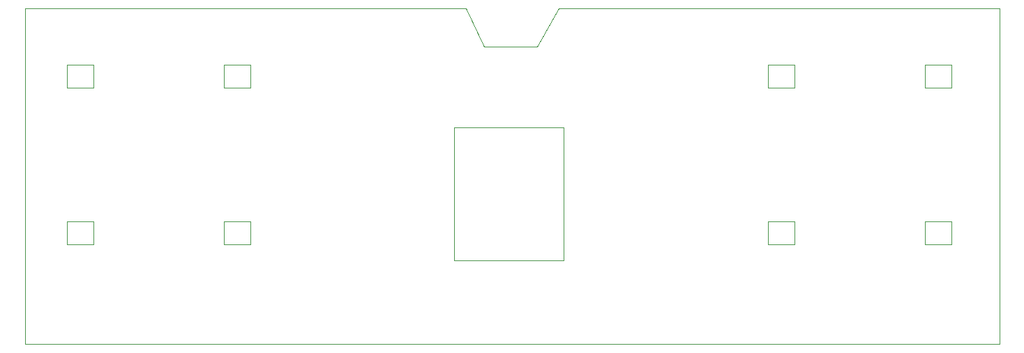
<source format=gbr>
%TF.GenerationSoftware,KiCad,Pcbnew,(6.0.1)*%
%TF.CreationDate,2022-04-18T11:29:40-05:00*%
%TF.ProjectId,Pikatea R26 Kit LED Macropad,50696b61-7465-4612-9052-3236204b6974,rev?*%
%TF.SameCoordinates,Original*%
%TF.FileFunction,Profile,NP*%
%FSLAX46Y46*%
G04 Gerber Fmt 4.6, Leading zero omitted, Abs format (unit mm)*
G04 Created by KiCad (PCBNEW (6.0.1)) date 2022-04-18 11:29:40*
%MOMM*%
%LPD*%
G01*
G04 APERTURE LIST*
%TA.AperFunction,Profile*%
%ADD10C,0.100000*%
%TD*%
%TA.AperFunction,Profile*%
%ADD11C,0.120000*%
%TD*%
G04 APERTURE END LIST*
D10*
X153100000Y-75400000D02*
X206600000Y-75400000D01*
X144050000Y-80000000D02*
X141850000Y-75400000D01*
X150500000Y-80000000D02*
X144050000Y-80000000D01*
X153100000Y-75400000D02*
X150500000Y-80000000D01*
X141850000Y-75400000D02*
X88300000Y-75400000D01*
X206600000Y-116200000D02*
X206600000Y-75400000D01*
X88300000Y-116200000D02*
X206600000Y-116200000D01*
X88300000Y-75400000D02*
X88300000Y-116200000D01*
X153732700Y-89850000D02*
X153732700Y-106000000D01*
X140400000Y-89850000D02*
X153732700Y-89850000D01*
X140400000Y-106000000D02*
X140400000Y-89850000D01*
X153732700Y-106000000D02*
X140400000Y-106000000D01*
D11*
%TO.C,MX8*%
X93451479Y-82193660D02*
X96651479Y-82193660D01*
X93451479Y-84993660D02*
X96651479Y-84993660D01*
X96651479Y-84993660D02*
X96651479Y-82193660D01*
X93451479Y-84993660D02*
X93451479Y-82193660D01*
%TO.C,MX7*%
X112501480Y-82193660D02*
X115701480Y-82193660D01*
X112501480Y-84993660D02*
X115701480Y-84993660D01*
X115701480Y-84993660D02*
X115701480Y-82193660D01*
X112501480Y-84993660D02*
X112501480Y-82193660D01*
%TO.C,MX6*%
X178501480Y-82193660D02*
X181701480Y-82193660D01*
X178501480Y-84993660D02*
X181701480Y-84993660D01*
X181701480Y-84993660D02*
X181701480Y-82193660D01*
X178501480Y-84993660D02*
X178501480Y-82193660D01*
%TO.C,MX5*%
X197551480Y-82193660D02*
X200751480Y-82193660D01*
X197551480Y-84993660D02*
X200751480Y-84993660D01*
X200751480Y-84993660D02*
X200751480Y-82193660D01*
X197551480Y-84993660D02*
X197551480Y-82193660D01*
%TO.C,MX4*%
X93451479Y-101243660D02*
X96651479Y-101243660D01*
X93451479Y-104043660D02*
X96651479Y-104043660D01*
X96651479Y-104043660D02*
X96651479Y-101243660D01*
X93451479Y-104043660D02*
X93451479Y-101243660D01*
%TO.C,MX3*%
X112501480Y-101243659D02*
X115701480Y-101243659D01*
X112501480Y-104043659D02*
X115701480Y-104043659D01*
X115701480Y-104043659D02*
X115701480Y-101243659D01*
X112501480Y-104043659D02*
X112501480Y-101243659D01*
%TO.C,MX2*%
X178501480Y-101243659D02*
X181701480Y-101243659D01*
X178501480Y-104043659D02*
X181701480Y-104043659D01*
X181701480Y-104043659D02*
X181701480Y-101243659D01*
X178501480Y-104043659D02*
X178501480Y-101243659D01*
%TO.C,MX1*%
X197551480Y-101243659D02*
X200751480Y-101243659D01*
X197551480Y-104043659D02*
X200751480Y-104043659D01*
X200751480Y-104043659D02*
X200751480Y-101243659D01*
X197551480Y-104043659D02*
X197551480Y-101243659D01*
%TD*%
M02*

</source>
